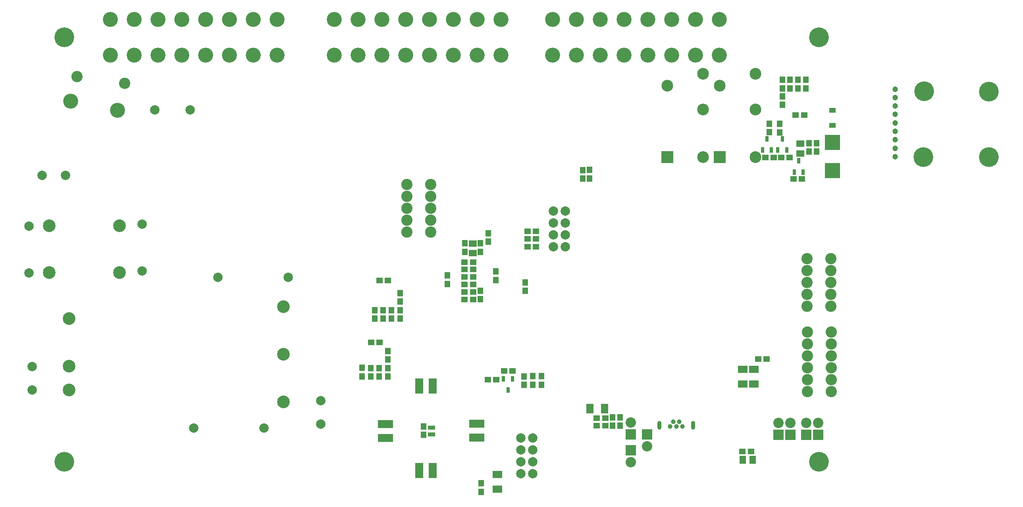
<source format=gbs>
G04*
G04 #@! TF.GenerationSoftware,Altium Limited,Altium Designer,23.0.1 (38)*
G04*
G04 Layer_Color=16711935*
%FSLAX44Y44*%
%MOMM*%
G71*
G04*
G04 #@! TF.SameCoordinates,7681B053-B415-4EDE-A76C-09C314C6D952*
G04*
G04*
G04 #@! TF.FilePolarity,Negative*
G04*
G01*
G75*
%ADD90R,1.3532X1.3032*%
%ADD109R,0.8032X1.2032*%
%ADD114R,1.3032X1.3532*%
%ADD116R,2.0032X1.5532*%
%ADD121R,1.5532X2.0032*%
%ADD124R,1.7532X1.4032*%
%ADD134R,1.4032X1.7532*%
%ADD145R,1.4232X1.1132*%
%ADD149C,2.4032*%
%ADD150C,3.2032*%
%ADD151C,2.5032*%
%ADD152R,2.5032X2.5032*%
%ADD153C,1.2032*%
%ADD154C,2.0032*%
%ADD155C,2.2032*%
%ADD156R,2.2032X2.2032*%
%ADD157O,0.8532X1.8532*%
%ADD158C,1.0032*%
%ADD159C,2.7032*%
%ADD160C,4.2032*%
%ADD252R,3.2032X1.7032*%
%ADD253R,1.7032X3.2032*%
%ADD254R,0.5032X0.8732*%
%ADD255R,3.2032X3.2032*%
D90*
X1108000Y298000D02*
D03*
X1090000D02*
D03*
X1073500Y279500D02*
D03*
X1055500D02*
D03*
X1725250Y707250D02*
D03*
X1707250D02*
D03*
X1647500Y753750D02*
D03*
X1665500D02*
D03*
X1681250D02*
D03*
X1699250D02*
D03*
X824500Y358750D02*
D03*
X806500D02*
D03*
X824247Y490693D02*
D03*
X842247D02*
D03*
X1712000Y844000D02*
D03*
X1730000D02*
D03*
X1140250Y595500D02*
D03*
X1158250D02*
D03*
X1024000Y530250D02*
D03*
X1006000D02*
D03*
X1024000Y514250D02*
D03*
X1006000D02*
D03*
X1140250Y579500D02*
D03*
X1158250D02*
D03*
X1024000Y498500D02*
D03*
X1006000D02*
D03*
X1024000Y466500D02*
D03*
X1006000D02*
D03*
X1024000Y482500D02*
D03*
X1006000D02*
D03*
X1024000Y450500D02*
D03*
X1006000D02*
D03*
X1158250Y563250D02*
D03*
X1140250D02*
D03*
X1616500Y126250D02*
D03*
X1598500D02*
D03*
X1649750Y323000D02*
D03*
X1631750D02*
D03*
X1287800Y181010D02*
D03*
X1305800D02*
D03*
X1287800Y197010D02*
D03*
X1305800D02*
D03*
D109*
X1089000Y281000D02*
D03*
X1108000D02*
D03*
X1098500Y257000D02*
D03*
X1718500Y746250D02*
D03*
X1709000Y722250D02*
D03*
X1728000D02*
D03*
X1651000Y793500D02*
D03*
X1641500Y769500D02*
D03*
X1660500D02*
D03*
X1683500Y793250D02*
D03*
X1674000Y769250D02*
D03*
X1693000D02*
D03*
D114*
X1133000Y286250D02*
D03*
Y268250D02*
D03*
X1169750Y268500D02*
D03*
Y286500D02*
D03*
X1151500Y268500D02*
D03*
Y286500D02*
D03*
X842250Y286000D02*
D03*
Y304000D02*
D03*
X787250Y286250D02*
D03*
Y304250D02*
D03*
X842250Y322500D02*
D03*
Y340500D02*
D03*
X1655750Y825250D02*
D03*
Y807250D02*
D03*
X868247Y409693D02*
D03*
Y427693D02*
D03*
X1678250Y807000D02*
D03*
Y825000D02*
D03*
X1684000Y919000D02*
D03*
Y901000D02*
D03*
X814247Y409693D02*
D03*
Y427693D02*
D03*
X1734000Y919000D02*
D03*
Y901000D02*
D03*
X1321800Y181010D02*
D03*
Y199010D02*
D03*
X868247Y445693D02*
D03*
Y463693D02*
D03*
X1684000Y866000D02*
D03*
Y884000D02*
D03*
X1056500Y592000D02*
D03*
Y574000D02*
D03*
X823750Y286000D02*
D03*
Y304000D02*
D03*
X805500D02*
D03*
Y286000D02*
D03*
X850247Y409693D02*
D03*
Y427693D02*
D03*
X1700000Y919000D02*
D03*
Y901000D02*
D03*
X1717000Y919000D02*
D03*
Y901000D02*
D03*
X832247Y427693D02*
D03*
Y409693D02*
D03*
X1258250Y708500D02*
D03*
Y726500D02*
D03*
X1272750Y726750D02*
D03*
Y708750D02*
D03*
X1006250Y552250D02*
D03*
Y570250D02*
D03*
X1039750Y468750D02*
D03*
Y450750D02*
D03*
X1039750Y570250D02*
D03*
Y552250D02*
D03*
X1072500Y510000D02*
D03*
Y492000D02*
D03*
X1135000Y486750D02*
D03*
Y468750D02*
D03*
X918500Y161500D02*
D03*
Y179500D02*
D03*
X1337800Y199010D02*
D03*
Y181010D02*
D03*
X1756250Y783750D02*
D03*
Y765750D02*
D03*
X1740250Y783750D02*
D03*
Y765750D02*
D03*
X969500Y501500D02*
D03*
Y483500D02*
D03*
X1041000Y58000D02*
D03*
Y40000D02*
D03*
D116*
X1599000Y301000D02*
D03*
Y270000D02*
D03*
X1623000Y301000D02*
D03*
Y270000D02*
D03*
X1076000Y45500D02*
D03*
Y76500D02*
D03*
D121*
X1304300Y217010D02*
D03*
X1273300D02*
D03*
D124*
X1023250Y549000D02*
D03*
Y570000D02*
D03*
X1722250Y762250D02*
D03*
Y783250D02*
D03*
D134*
X1599000Y108250D02*
D03*
X1620000D02*
D03*
D145*
X1790250Y854350D02*
D03*
Y821650D02*
D03*
D149*
X933300Y619450D02*
D03*
X882500D02*
D03*
X933300Y594050D02*
D03*
X882500D02*
D03*
X933300Y644850D02*
D03*
X882500D02*
D03*
X933300Y670250D02*
D03*
X882500D02*
D03*
X933300Y695650D02*
D03*
X882500D02*
D03*
X1736700Y512200D02*
D03*
X1787500D02*
D03*
X1736700Y537600D02*
D03*
X1787500D02*
D03*
X1736700Y486800D02*
D03*
X1787500D02*
D03*
X1736700Y461400D02*
D03*
X1787500D02*
D03*
X1736700Y436000D02*
D03*
X1787500D02*
D03*
X1787550Y253850D02*
D03*
X1736750D02*
D03*
X1787550Y380850D02*
D03*
Y355450D02*
D03*
Y330050D02*
D03*
Y304650D02*
D03*
Y279250D02*
D03*
X1736750D02*
D03*
Y304650D02*
D03*
Y330050D02*
D03*
Y380850D02*
D03*
Y355450D02*
D03*
X179000Y926000D02*
D03*
X281000Y912000D02*
D03*
D150*
X1193250Y1048000D02*
D03*
X1244050D02*
D03*
X1294850D02*
D03*
X1345650D02*
D03*
X1396450D02*
D03*
X1447250D02*
D03*
X1498050D02*
D03*
X1548850D02*
D03*
X1193250Y971800D02*
D03*
X1244050D02*
D03*
X1294850D02*
D03*
X1345650D02*
D03*
X1396450D02*
D03*
X1447250D02*
D03*
X1498050D02*
D03*
X1548850D02*
D03*
X728250Y1048000D02*
D03*
X779050D02*
D03*
X829850D02*
D03*
X880650D02*
D03*
X931450D02*
D03*
X982250D02*
D03*
X1033050D02*
D03*
X1083850D02*
D03*
X728250Y971800D02*
D03*
X779050D02*
D03*
X829850D02*
D03*
X880650D02*
D03*
X931450D02*
D03*
X982250D02*
D03*
X1033050D02*
D03*
X1083850D02*
D03*
X250050Y1048200D02*
D03*
X300850D02*
D03*
X351650D02*
D03*
X402450D02*
D03*
X453250D02*
D03*
X504050D02*
D03*
X554850D02*
D03*
X605650D02*
D03*
X250050Y972000D02*
D03*
X300850D02*
D03*
X351650D02*
D03*
X402450D02*
D03*
X453250D02*
D03*
X504050D02*
D03*
X554850D02*
D03*
X605650D02*
D03*
X166000Y874000D02*
D03*
X266000Y854000D02*
D03*
D151*
X1626600Y932400D02*
D03*
X1550400Y907000D02*
D03*
X1626600Y856200D02*
D03*
Y754600D02*
D03*
X1514200Y932400D02*
D03*
X1438000Y907000D02*
D03*
X1514200Y856200D02*
D03*
Y754600D02*
D03*
D152*
X1550400D02*
D03*
X1438000D02*
D03*
D153*
X1924000Y899250D02*
D03*
Y881250D02*
D03*
Y863250D02*
D03*
Y845250D02*
D03*
Y827250D02*
D03*
Y809250D02*
D03*
Y791250D02*
D03*
Y773250D02*
D03*
Y755250D02*
D03*
D154*
X1220700Y563150D02*
D03*
X1195300D02*
D03*
X1220700Y588550D02*
D03*
X1195300D02*
D03*
X1220700Y613950D02*
D03*
X1195300D02*
D03*
X1220700Y639350D02*
D03*
X1195300D02*
D03*
X1126100Y154860D02*
D03*
X1151500D02*
D03*
X1126100Y129460D02*
D03*
X1151500D02*
D03*
X1126100Y104060D02*
D03*
X1151500D02*
D03*
X1126100Y78660D02*
D03*
X1151500D02*
D03*
X420500Y855000D02*
D03*
X345500D02*
D03*
X428000Y176000D02*
D03*
X578000D02*
D03*
X480000Y498000D02*
D03*
X630000D02*
D03*
X84000Y307000D02*
D03*
Y257000D02*
D03*
X318500Y511000D02*
D03*
Y611000D02*
D03*
X77000Y607000D02*
D03*
Y507000D02*
D03*
X155000Y715000D02*
D03*
X105000D02*
D03*
X699000Y184000D02*
D03*
Y234000D02*
D03*
D155*
X1360000Y187760D02*
D03*
Y102760D02*
D03*
X1395250Y137000D02*
D03*
X1675000Y186750D02*
D03*
X1700400D02*
D03*
X1735004D02*
D03*
X1760400D02*
D03*
D156*
X1360000Y162360D02*
D03*
Y128160D02*
D03*
X1395250Y162400D02*
D03*
X1675000Y161350D02*
D03*
X1700400D02*
D03*
X1735004D02*
D03*
X1760400D02*
D03*
D157*
X1421752Y181445D02*
D03*
X1493252D02*
D03*
D158*
X1444502Y179245D02*
D03*
X1451002Y189245D02*
D03*
X1457502Y179245D02*
D03*
X1464002Y189245D02*
D03*
X1470502Y179245D02*
D03*
D159*
X162000Y409600D02*
D03*
Y308000D02*
D03*
X619200Y231800D02*
D03*
X162000Y257200D02*
D03*
X619200Y333400D02*
D03*
Y435000D02*
D03*
X270000Y607750D02*
D03*
Y507750D02*
D03*
X120000Y607750D02*
D03*
Y507750D02*
D03*
D160*
X2124000Y894000D02*
D03*
Y754000D02*
D03*
X1984000D02*
D03*
X1986250Y894500D02*
D03*
X1762000Y1010000D02*
D03*
Y104000D02*
D03*
X152000D02*
D03*
Y1010000D02*
D03*
D252*
X1032000Y185000D02*
D03*
Y156000D02*
D03*
X837000Y155000D02*
D03*
Y184000D02*
D03*
D253*
X938000Y85000D02*
D03*
X909000D02*
D03*
Y266000D02*
D03*
X938000D02*
D03*
D254*
X940043Y162350D02*
D03*
X935043D02*
D03*
X930043D02*
D03*
X940043Y177150D02*
D03*
X935043D02*
D03*
X930043D02*
D03*
D255*
X1790500Y725500D02*
D03*
Y785500D02*
D03*
M02*

</source>
